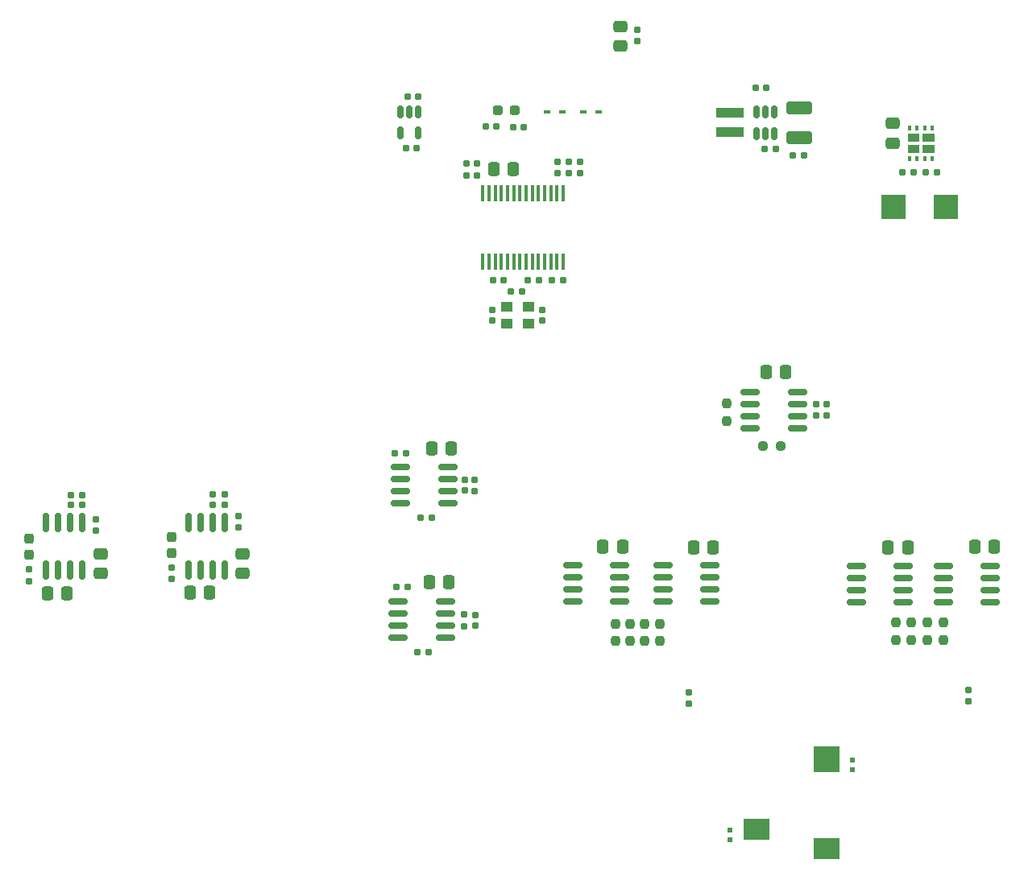
<source format=gtp>
G04 #@! TF.GenerationSoftware,KiCad,Pcbnew,8.0.5*
G04 #@! TF.CreationDate,2024-11-12T11:03:32-05:00*
G04 #@! TF.ProjectId,DacAmp,44616341-6d70-42e6-9b69-6361645f7063,rev?*
G04 #@! TF.SameCoordinates,Original*
G04 #@! TF.FileFunction,Paste,Top*
G04 #@! TF.FilePolarity,Positive*
%FSLAX46Y46*%
G04 Gerber Fmt 4.6, Leading zero omitted, Abs format (unit mm)*
G04 Created by KiCad (PCBNEW 8.0.5) date 2024-11-12 11:03:32*
%MOMM*%
%LPD*%
G01*
G04 APERTURE LIST*
G04 Aperture macros list*
%AMRoundRect*
0 Rectangle with rounded corners*
0 $1 Rounding radius*
0 $2 $3 $4 $5 $6 $7 $8 $9 X,Y pos of 4 corners*
0 Add a 4 corners polygon primitive as box body*
4,1,4,$2,$3,$4,$5,$6,$7,$8,$9,$2,$3,0*
0 Add four circle primitives for the rounded corners*
1,1,$1+$1,$2,$3*
1,1,$1+$1,$4,$5*
1,1,$1+$1,$6,$7*
1,1,$1+$1,$8,$9*
0 Add four rect primitives between the rounded corners*
20,1,$1+$1,$2,$3,$4,$5,0*
20,1,$1+$1,$4,$5,$6,$7,0*
20,1,$1+$1,$6,$7,$8,$9,0*
20,1,$1+$1,$8,$9,$2,$3,0*%
G04 Aperture macros list end*
%ADD10C,0.000000*%
%ADD11R,0.299999X0.499999*%
%ADD12RoundRect,0.155000X0.212500X0.155000X-0.212500X0.155000X-0.212500X-0.155000X0.212500X-0.155000X0*%
%ADD13RoundRect,0.250000X0.337500X0.475000X-0.337500X0.475000X-0.337500X-0.475000X0.337500X-0.475000X0*%
%ADD14RoundRect,0.150000X-0.825000X-0.150000X0.825000X-0.150000X0.825000X0.150000X-0.825000X0.150000X0*%
%ADD15RoundRect,0.150000X-0.150000X0.512500X-0.150000X-0.512500X0.150000X-0.512500X0.150000X0.512500X0*%
%ADD16RoundRect,0.160000X-0.160000X0.197500X-0.160000X-0.197500X0.160000X-0.197500X0.160000X0.197500X0*%
%ADD17RoundRect,0.237500X-0.237500X0.250000X-0.237500X-0.250000X0.237500X-0.250000X0.237500X0.250000X0*%
%ADD18RoundRect,0.160000X0.160000X-0.197500X0.160000X0.197500X-0.160000X0.197500X-0.160000X-0.197500X0*%
%ADD19RoundRect,0.160000X0.197500X0.160000X-0.197500X0.160000X-0.197500X-0.160000X0.197500X-0.160000X0*%
%ADD20RoundRect,0.155000X0.155000X-0.212500X0.155000X0.212500X-0.155000X0.212500X-0.155000X-0.212500X0*%
%ADD21RoundRect,0.250000X0.475000X-0.337500X0.475000X0.337500X-0.475000X0.337500X-0.475000X-0.337500X0*%
%ADD22R,0.450000X1.750000*%
%ADD23RoundRect,0.155000X-0.212500X-0.155000X0.212500X-0.155000X0.212500X0.155000X-0.212500X0.155000X0*%
%ADD24RoundRect,0.237500X0.250000X0.237500X-0.250000X0.237500X-0.250000X-0.237500X0.250000X-0.237500X0*%
%ADD25RoundRect,0.160000X-0.197500X-0.160000X0.197500X-0.160000X0.197500X0.160000X-0.197500X0.160000X0*%
%ADD26RoundRect,0.155000X-0.155000X0.212500X-0.155000X-0.212500X0.155000X-0.212500X0.155000X0.212500X0*%
%ADD27RoundRect,0.237500X0.237500X-0.300000X0.237500X0.300000X-0.237500X0.300000X-0.237500X-0.300000X0*%
%ADD28RoundRect,0.250000X-0.475000X0.337500X-0.475000X-0.337500X0.475000X-0.337500X0.475000X0.337500X0*%
%ADD29R,2.800000X2.800000*%
%ADD30R,2.800000X2.200000*%
%ADD31R,0.711200X0.406400*%
%ADD32RoundRect,0.150000X-0.150000X0.825000X-0.150000X-0.825000X0.150000X-0.825000X0.150000X0.825000X0*%
%ADD33RoundRect,0.237500X0.287500X0.237500X-0.287500X0.237500X-0.287500X-0.237500X0.287500X-0.237500X0*%
%ADD34RoundRect,0.250000X-0.337500X-0.475000X0.337500X-0.475000X0.337500X0.475000X-0.337500X0.475000X0*%
%ADD35R,3.000000X1.000000*%
%ADD36R,1.300000X1.050000*%
%ADD37R,2.641600X2.514600*%
%ADD38RoundRect,0.250000X-1.100000X0.412500X-1.100000X-0.412500X1.100000X-0.412500X1.100000X0.412500X0*%
%ADD39RoundRect,0.150000X0.150000X-0.512500X0.150000X0.512500X-0.150000X0.512500X-0.150000X-0.512500X0*%
%ADD40R,0.499999X0.599999*%
G04 APERTURE END LIST*
D10*
G36*
X128877799Y-48027009D02*
G01*
X127627799Y-48027009D01*
X127627799Y-47177008D01*
X128877799Y-47177008D01*
X128877799Y-48027009D01*
G37*
G36*
X130427799Y-48027009D02*
G01*
X129177799Y-48027009D01*
X129177799Y-47177008D01*
X130427799Y-47177008D01*
X130427799Y-48027009D01*
G37*
G36*
X128877799Y-46877003D02*
G01*
X127627799Y-46877003D01*
X127627799Y-46027002D01*
X128877799Y-46027002D01*
X128877799Y-46877003D01*
G37*
G36*
X130427799Y-46877003D02*
G01*
X129177799Y-46877003D01*
X129177799Y-46027002D01*
X130427799Y-46027002D01*
X130427799Y-46877003D01*
G37*
D11*
X130227802Y-48677002D03*
X129427801Y-48677002D03*
X128627802Y-48677002D03*
X127827801Y-48677002D03*
X127827801Y-45377001D03*
X128627802Y-45377001D03*
X129427801Y-45377001D03*
X130227802Y-45377001D03*
D12*
X91413900Y-61409200D03*
X90278900Y-61409200D03*
D13*
X79429500Y-93178000D03*
X77354500Y-93178000D03*
D14*
X74351800Y-81089800D03*
X74351800Y-82359800D03*
X74351800Y-83629800D03*
X74351800Y-84899800D03*
X79301800Y-84899800D03*
X79301800Y-83629800D03*
X79301800Y-82359800D03*
X79301800Y-81089800D03*
D12*
X84428900Y-45290400D03*
X83293900Y-45290400D03*
D15*
X76227000Y-43691500D03*
X75277000Y-43691500D03*
X74327000Y-43691500D03*
X74327000Y-45966500D03*
X76227000Y-45966500D03*
D16*
X42315000Y-86583300D03*
X42315000Y-87778300D03*
X119097000Y-74484900D03*
X119097000Y-75679900D03*
D17*
X129727000Y-97408300D03*
X129727000Y-99233300D03*
D18*
X35290800Y-93045500D03*
X35290800Y-91850500D03*
D19*
X113813700Y-47596400D03*
X112618700Y-47596400D03*
D20*
X82165800Y-97763500D03*
X82165800Y-96628500D03*
D18*
X82346600Y-50380900D03*
X82346600Y-49185900D03*
X99248800Y-36292500D03*
X99248800Y-35097500D03*
D21*
X42873000Y-92241300D03*
X42873000Y-90166300D03*
D13*
X127626300Y-89491800D03*
X125551300Y-89491800D03*
D22*
X91439200Y-52289400D03*
X90789200Y-52289400D03*
X90139200Y-52289400D03*
X89489200Y-52289400D03*
X88839200Y-52289400D03*
X88189200Y-52289400D03*
X87539200Y-52289400D03*
X86889200Y-52289400D03*
X86239200Y-52289400D03*
X85589200Y-52289400D03*
X84939200Y-52289400D03*
X84289200Y-52289400D03*
X83639200Y-52289400D03*
X82989200Y-52289400D03*
X82989200Y-59489400D03*
X83639200Y-59489400D03*
X84289200Y-59489400D03*
X84939200Y-59489400D03*
X85589200Y-59489400D03*
X86239200Y-59489400D03*
X86889200Y-59489400D03*
X87539200Y-59489400D03*
X88189200Y-59489400D03*
X88839200Y-59489400D03*
X89489200Y-59489400D03*
X90139200Y-59489400D03*
X90789200Y-59489400D03*
X91439200Y-59489400D03*
D18*
X134053800Y-105741500D03*
X134053800Y-104546500D03*
D23*
X86176900Y-45302400D03*
X87311900Y-45302400D03*
D13*
X114804500Y-71034000D03*
X112729500Y-71034000D03*
D24*
X114259500Y-78838000D03*
X112434500Y-78838000D03*
D17*
X96908000Y-97535300D03*
X96908000Y-99360300D03*
X108653000Y-74386300D03*
X108653000Y-76211300D03*
D13*
X86222900Y-49734200D03*
X84147900Y-49734200D03*
D23*
X111657500Y-41177200D03*
X112792500Y-41177200D03*
D25*
X73704300Y-79655800D03*
X74899300Y-79655800D03*
D26*
X89244600Y-64557900D03*
X89244600Y-65692900D03*
D21*
X57710800Y-92256500D03*
X57710800Y-90181500D03*
D27*
X50274000Y-90152500D03*
X50274000Y-88427500D03*
D28*
X126097200Y-44943500D03*
X126097200Y-47018500D03*
D25*
X54639500Y-85032800D03*
X55834500Y-85032800D03*
D29*
X119119000Y-111794000D03*
D30*
X119119000Y-121194000D03*
X111719000Y-119194000D03*
D13*
X136754500Y-89464000D03*
X134679500Y-89464000D03*
D20*
X81084800Y-83539500D03*
X81084800Y-82404500D03*
D31*
X89754600Y-43708100D03*
X91354800Y-43708100D03*
D17*
X128046000Y-97408300D03*
X128046000Y-99233300D03*
D18*
X82153800Y-83572500D03*
X82153800Y-82377500D03*
D19*
X40900500Y-84055000D03*
X39705500Y-84055000D03*
X77603500Y-86383000D03*
X76408500Y-86383000D03*
X77274500Y-100566000D03*
X76079500Y-100566000D03*
D16*
X92032200Y-48983900D03*
X92032200Y-50178900D03*
D32*
X40905000Y-86924800D03*
X39635000Y-86924800D03*
X38365000Y-86924800D03*
X37095000Y-86924800D03*
X37095000Y-91874800D03*
X38365000Y-91874800D03*
X39635000Y-91874800D03*
X40905000Y-91874800D03*
D12*
X88873900Y-61409200D03*
X87738900Y-61409200D03*
D17*
X131408000Y-97408300D03*
X131408000Y-99233300D03*
D18*
X50274000Y-92806300D03*
X50274000Y-91611300D03*
D27*
X35287000Y-90312300D03*
X35287000Y-88587300D03*
D16*
X90804200Y-48983900D03*
X90804200Y-50178900D03*
D33*
X86325400Y-43593400D03*
X84575400Y-43593400D03*
D14*
X122250800Y-91479800D03*
X122250800Y-92749800D03*
X122250800Y-94019800D03*
X122250800Y-95289800D03*
X127200800Y-95289800D03*
X127200800Y-94019800D03*
X127200800Y-92749800D03*
X127200800Y-91479800D03*
D13*
X79683500Y-79157000D03*
X77608500Y-79157000D03*
D34*
X52193300Y-94273800D03*
X54268300Y-94273800D03*
D35*
X108935000Y-43850800D03*
X108935000Y-45850800D03*
D25*
X127087100Y-50076800D03*
X128282100Y-50076800D03*
D13*
X107214300Y-89489600D03*
X105139300Y-89489600D03*
D25*
X39705500Y-85074800D03*
X40900500Y-85074800D03*
X85918900Y-62641600D03*
X87113900Y-62641600D03*
D32*
X55843000Y-86924800D03*
X54573000Y-86924800D03*
X53303000Y-86924800D03*
X52033000Y-86924800D03*
X52033000Y-91874800D03*
X53303000Y-91874800D03*
X54573000Y-91874800D03*
X55843000Y-91874800D03*
D21*
X97472800Y-36825500D03*
X97472800Y-34750500D03*
D14*
X111110800Y-73177800D03*
X111110800Y-74447800D03*
X111110800Y-75717800D03*
X111110800Y-76987800D03*
X116060800Y-76987800D03*
X116060800Y-75717800D03*
X116060800Y-74447800D03*
X116060800Y-73177800D03*
D17*
X101570000Y-97535300D03*
X101570000Y-99360300D03*
D18*
X81052800Y-97793500D03*
X81052800Y-96598500D03*
D17*
X100016000Y-97535300D03*
X100016000Y-99360300D03*
D20*
X83972600Y-65654900D03*
X83972600Y-64519900D03*
D14*
X101930800Y-91424800D03*
X101930800Y-92694800D03*
X101930800Y-93964800D03*
X101930800Y-95234800D03*
X106880800Y-95234800D03*
X106880800Y-93964800D03*
X106880800Y-92694800D03*
X106880800Y-91424800D03*
D36*
X85469600Y-65968400D03*
X87769600Y-65968400D03*
X87769600Y-64218400D03*
X85469600Y-64218400D03*
D25*
X73883300Y-93667800D03*
X75078300Y-93667800D03*
D14*
X74097800Y-95234800D03*
X74097800Y-96504800D03*
X74097800Y-97774800D03*
X74097800Y-99044800D03*
X79047800Y-99044800D03*
X79047800Y-97774800D03*
X79047800Y-96504800D03*
X79047800Y-95234800D03*
D37*
X126178600Y-53729400D03*
X131639600Y-53729400D03*
D14*
X92405800Y-91400800D03*
X92405800Y-92670800D03*
X92405800Y-93940800D03*
X92405800Y-95210800D03*
X97355800Y-95210800D03*
X97355800Y-93940800D03*
X97355800Y-92670800D03*
X97355800Y-91400800D03*
D18*
X104674800Y-105995500D03*
X104674800Y-104800500D03*
D19*
X130691700Y-50094000D03*
X129496700Y-50094000D03*
D16*
X57300000Y-86202300D03*
X57300000Y-87397300D03*
D19*
X55834500Y-83928000D03*
X54639500Y-83928000D03*
D12*
X76023900Y-47567400D03*
X74888900Y-47567400D03*
D38*
X116227400Y-43324300D03*
X116227400Y-46449300D03*
D18*
X81245600Y-50380900D03*
X81245600Y-49185900D03*
X117977800Y-75665500D03*
X117977800Y-74470500D03*
D34*
X37207300Y-94362800D03*
X39282300Y-94362800D03*
D18*
X93182600Y-50178900D03*
X93182600Y-48983900D03*
D12*
X76227100Y-42120600D03*
X75092100Y-42120600D03*
D39*
X111710600Y-46029500D03*
X112660600Y-46029500D03*
X113610600Y-46029500D03*
X113610600Y-43754500D03*
X112660600Y-43754500D03*
X111710600Y-43754500D03*
D13*
X97654300Y-89440800D03*
X95579300Y-89440800D03*
D14*
X131394800Y-91503800D03*
X131394800Y-92773800D03*
X131394800Y-94043800D03*
X131394800Y-95313800D03*
X136344800Y-95313800D03*
X136344800Y-94043800D03*
X136344800Y-92773800D03*
X136344800Y-91503800D03*
D17*
X98462000Y-97535300D03*
X98462000Y-99360300D03*
D19*
X116732500Y-48327600D03*
X115537500Y-48327600D03*
D12*
X85190900Y-61409200D03*
X84055900Y-61409200D03*
D17*
X126365000Y-97408300D03*
X126365000Y-99233300D03*
D31*
X93564000Y-43708100D03*
X95164200Y-43708100D03*
D40*
X121851998Y-111886799D03*
X121851998Y-112886797D03*
X108925994Y-119252799D03*
X108925994Y-120252797D03*
M02*

</source>
